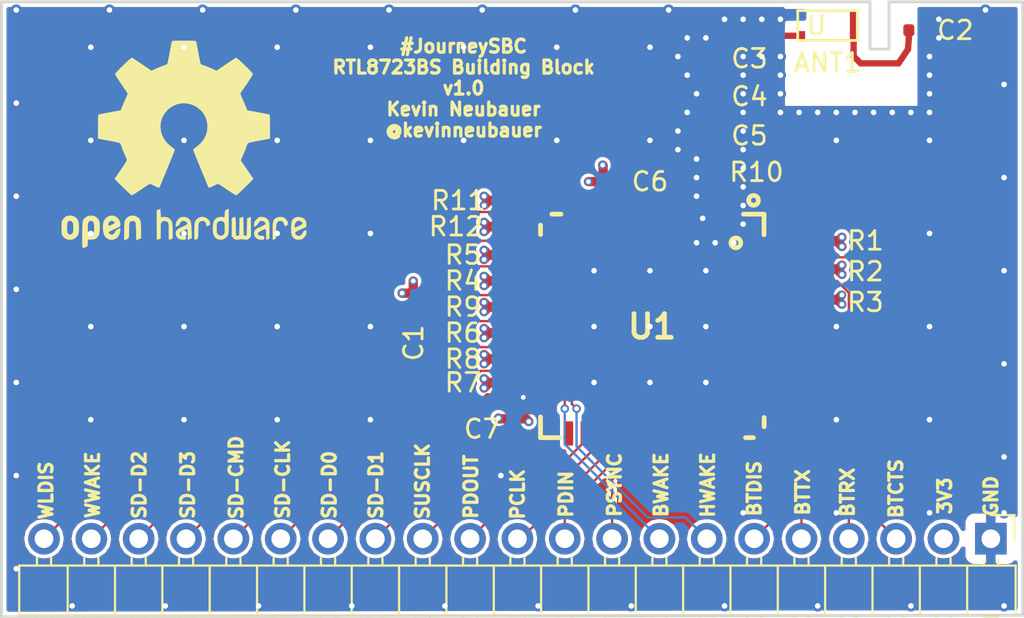
<source format=kicad_pcb>
(kicad_pcb (version 20171130) (host pcbnew "(5.0.0-3-g5ebb6b6)")
  (layers (0 F.Cu signal hide) (1 In1.Cu signal hide) (2 In2.Cu signal hide) (31 B.Cu signal) (34 B.Paste user) (35 F.Paste user) (36 B.SilkS user) (37 F.SilkS user) (38 B.Mask user) (39 F.Mask user) (44 Edge.Cuts user))
  (net 0 "")
  (net 1 "Net-(ANT1-Pad1)")
  (net 2 GND)
  (net 3 "Net-(ANT1-Pad3)")
  (net 4 +3V3)
  (net 5 "Net-(C4-Pad1)")
  (net 6 /BT-UART-CTS)
  (net 7 /BT-UART-RX)
  (net 8 /BT-UART-TX)
  (net 9 /WL-SDIO-D3)
  (net 10 /WL-SDIO-D2)
  (net 11 /WL-SDIO-CLK)
  (net 12 /WL-SDIO-D1)
  (net 13 /WL-SDIO-D0)
  (net 14 /WL-SDIO-CMD)
  (net 15 "Net-(R10-Pad1)")
  (net 16 "Net-(U1-Pad4)")
  (net 17 "Net-(U1-Pad5)")
  (net 18 /HOST-WAKE-BT)
  (net 19 /BT-WAKE-HOST)
  (net 20 "Net-(U1-Pad8)")
  (net 21 "Net-(U1-Pad10)")
  (net 22 "Net-(U1-Pad11)")
  (net 23 /WL-DIS)
  (net 24 /WL-HOST-WAKE)
  (net 25 "Net-(U1-Pad21)")
  (net 26 "Net-(U1-Pad23)")
  (net 27 /SUSCLK-IN)
  (net 28 /PCM-DOUT)
  (net 29 /PCM-CLK)
  (net 30 /PCM-DIN)
  (net 31 /PCM-SYNC)
  (net 32 "Net-(U1-Pad29)")
  (net 33 "Net-(U1-Pad30)")
  (net 34 "Net-(U1-Pad32)")
  (net 35 /BT-DIS)
  (net 36 "Net-(U1-Pad35)")
  (net 37 "Net-(U1-Pad37)")
  (net 38 "Net-(U1-Pad38)")
  (net 39 "Net-(U1-Pad39)")
  (net 40 "Net-(U1-Pad40)")
  (net 41 "Net-(U1-Pad41)")
  (module VIA:VIA-0.5mm (layer F.Cu) (at 127 93)
    (fp_text reference "" hide)
    (fp_text value "" hide)
    (pad 1 thru_hole circle (at 0 0) (size 0.6 0.6) (drill 0.3) (layers *.Cu) (net 2 GND))
  )
  (module VIA:VIA-0.5mm (layer F.Cu) (at 140 95)
    (fp_text reference "" hide)
    (fp_text value "" hide)
    (pad 1 thru_hole circle (at 0 0) (size 0.6 0.6) (drill 0.3) (layers *.Cu) (net 2 GND))
  )
  (module VIA:VIA-0.5mm (layer F.Cu) (at 145 95)
    (fp_text reference "" hide)
    (fp_text value "" hide)
    (pad 1 thru_hole circle (at 0 0) (size 0.6 0.6) (drill 0.3) (layers *.Cu) (net 2 GND))
  )
  (module VIA:VIA-0.5mm (layer F.Cu) (at 150 95)
    (fp_text reference "" hide)
    (fp_text value "" hide)
    (pad 1 thru_hole circle (at 0 0) (size 0.6 0.6) (drill 0.3) (layers *.Cu) (net 2 GND))
  )
  (module VIA:VIA-0.5mm (layer F.Cu) (at 145 75)
    (fp_text reference "" hide)
    (fp_text value "" hide)
    (pad 1 thru_hole circle (at 0 0) (size 0.6 0.6) (drill 0.3) (layers *.Cu) (net 2 GND))
  )
  (module VIA:VIA-0.5mm (layer F.Cu) (at 145 90)
    (fp_text reference "" hide)
    (fp_text value "" hide)
    (pad 1 thru_hole circle (at 0 0) (size 0.6 0.6) (drill 0.3) (layers *.Cu) (net 2 GND))
  )
  (module VIA:VIA-0.5mm (layer F.Cu) (at 145 85)
    (fp_text reference "" hide)
    (fp_text value "" hide)
    (pad 1 thru_hole circle (at 0 0) (size 0.6 0.6) (drill 0.3) (layers *.Cu) (net 2 GND))
  )
  (module VIA:VIA-0.5mm (layer F.Cu) (at 150 90)
    (fp_text reference "" hide)
    (fp_text value "" hide)
    (pad 1 thru_hole circle (at 0 0) (size 0.6 0.6) (drill 0.3) (layers *.Cu) (net 2 GND))
  )
  (module VIA:VIA-0.5mm (layer F.Cu) (at 150 85)
    (fp_text reference "" hide)
    (fp_text value "" hide)
    (pad 1 thru_hole circle (at 0 0) (size 0.6 0.6) (drill 0.3) (layers *.Cu) (net 2 GND))
  )
  (module VIA:VIA-0.5mm (layer F.Cu) (at 150 75)
    (fp_text reference "" hide)
    (fp_text value "" hide)
    (pad 1 thru_hole circle (at 0 0) (size 0.6 0.6) (drill 0.3) (layers *.Cu) (net 2 GND))
  )
  (module VIA:VIA-0.5mm (layer F.Cu) (at 150 80)
    (fp_text reference "" hide)
    (fp_text value "" hide)
    (pad 1 thru_hole circle (at 0 0) (size 0.6 0.6) (drill 0.3) (layers *.Cu) (net 2 GND))
  )
  (module VIA:VIA-0.5mm (layer F.Cu) (at 135 75)
    (fp_text reference "" hide)
    (fp_text value "" hide)
    (pad 1 thru_hole circle (at 0 0) (size 0.6 0.6) (drill 0.3) (layers *.Cu) (net 2 GND))
  )
  (module VIA:VIA-0.5mm (layer F.Cu) (at 135 70)
    (fp_text reference "" hide)
    (fp_text value "" hide)
    (pad 1 thru_hole circle (at 0 0) (size 0.6 0.6) (drill 0.3) (layers *.Cu) (net 2 GND))
  )
  (module VIA:VIA-0.5mm (layer F.Cu) (at 115 70)
    (fp_text reference "" hide)
    (fp_text value "" hide)
    (pad 1 thru_hole circle (at 0 0) (size 0.6 0.6) (drill 0.3) (layers *.Cu) (net 2 GND))
  )
  (module VIA:VIA-0.5mm (layer F.Cu) (at 105 70)
    (fp_text reference "" hide)
    (fp_text value "" hide)
    (pad 1 thru_hole circle (at 0 0) (size 0.6 0.6) (drill 0.3) (layers *.Cu) (net 2 GND))
  )
  (module VIA:VIA-0.5mm (layer F.Cu) (at 120 70)
    (fp_text reference "" hide)
    (fp_text value "" hide)
    (pad 1 thru_hole circle (at 0 0) (size 0.6 0.6) (drill 0.3) (layers *.Cu) (net 2 GND))
  )
  (module VIA:VIA-0.5mm (layer F.Cu) (at 130 70)
    (fp_text reference "" hide)
    (fp_text value "" hide)
    (pad 1 thru_hole circle (at 0 0) (size 0.6 0.6) (drill 0.3) (layers *.Cu) (net 2 GND))
  )
  (module VIA:VIA-0.5mm (layer F.Cu) (at 125 70)
    (fp_text reference "" hide)
    (fp_text value "" hide)
    (pad 1 thru_hole circle (at 0 0) (size 0.6 0.6) (drill 0.3) (layers *.Cu) (net 2 GND))
  )
  (module VIA:VIA-0.5mm (layer F.Cu) (at 110 70)
    (fp_text reference "" hide)
    (fp_text value "" hide)
    (pad 1 thru_hole circle (at 0 0) (size 0.6 0.6) (drill 0.3) (layers *.Cu) (net 2 GND))
  )
  (module VIA:VIA-0.5mm (layer F.Cu) (at 115 85)
    (fp_text reference "" hide)
    (fp_text value "" hide)
    (pad 1 thru_hole circle (at 0 0) (size 0.6 0.6) (drill 0.3) (layers *.Cu) (net 2 GND))
  )
  (module VIA:VIA-0.5mm (layer F.Cu) (at 120 90)
    (fp_text reference "" hide)
    (fp_text value "" hide)
    (pad 1 thru_hole circle (at 0 0) (size 0.6 0.6) (drill 0.3) (layers *.Cu) (net 2 GND))
  )
  (module VIA:VIA-0.5mm (layer F.Cu) (at 105 85)
    (fp_text reference "" hide)
    (fp_text value "" hide)
    (pad 1 thru_hole circle (at 0 0) (size 0.6 0.6) (drill 0.3) (layers *.Cu) (net 2 GND))
  )
  (module VIA:VIA-0.5mm (layer F.Cu) (at 110 90)
    (fp_text reference "" hide)
    (fp_text value "" hide)
    (pad 1 thru_hole circle (at 0 0) (size 0.6 0.6) (drill 0.3) (layers *.Cu) (net 2 GND))
  )
  (module VIA:VIA-0.5mm (layer F.Cu) (at 105 90)
    (fp_text reference "" hide)
    (fp_text value "" hide)
    (pad 1 thru_hole circle (at 0 0) (size 0.6 0.6) (drill 0.3) (layers *.Cu) (net 2 GND))
  )
  (module VIA:VIA-0.5mm (layer F.Cu) (at 115 90)
    (fp_text reference "" hide)
    (fp_text value "" hide)
    (pad 1 thru_hole circle (at 0 0) (size 0.6 0.6) (drill 0.3) (layers *.Cu) (net 2 GND))
  )
  (module VIA:VIA-0.5mm (layer F.Cu) (at 120 85)
    (fp_text reference "" hide)
    (fp_text value "" hide)
    (pad 1 thru_hole circle (at 0 0) (size 0.6 0.6) (drill 0.3) (layers *.Cu) (net 2 GND))
  )
  (module VIA:VIA-0.5mm (layer F.Cu) (at 110 85)
    (fp_text reference "" hide)
    (fp_text value "" hide)
    (pad 1 thru_hole circle (at 0 0) (size 0.6 0.6) (drill 0.3) (layers *.Cu) (net 2 GND))
  )
  (module VIA:VIA-0.5mm (layer F.Cu) (at 105 80)
    (fp_text reference "" hide)
    (fp_text value "" hide)
    (pad 1 thru_hole circle (at 0 0) (size 0.6 0.6) (drill 0.3) (layers *.Cu) (net 2 GND))
  )
  (module VIA:VIA-0.5mm (layer F.Cu) (at 110 80)
    (fp_text reference "" hide)
    (fp_text value "" hide)
    (pad 1 thru_hole circle (at 0 0) (size 0.6 0.6) (drill 0.3) (layers *.Cu) (net 2 GND))
  )
  (module VIA:VIA-0.5mm (layer F.Cu) (at 115 80)
    (fp_text reference "" hide)
    (fp_text value "" hide)
    (pad 1 thru_hole circle (at 0 0) (size 0.6 0.6) (drill 0.3) (layers *.Cu) (net 2 GND))
  )
  (module VIA:VIA-0.5mm (layer F.Cu) (at 120 80)
    (fp_text reference "" hide)
    (fp_text value "" hide)
    (pad 1 thru_hole circle (at 0 0) (size 0.6 0.6) (drill 0.3) (layers *.Cu) (net 2 GND))
  )
  (module VIA:VIA-0.5mm (layer F.Cu) (at 130 75)
    (fp_text reference "" hide)
    (fp_text value "" hide)
    (pad 1 thru_hole circle (at 0 0) (size 0.6 0.6) (drill 0.3) (layers *.Cu) (net 2 GND))
  )
  (module VIA:VIA-0.5mm (layer F.Cu) (at 125 75)
    (fp_text reference "" hide)
    (fp_text value "" hide)
    (pad 1 thru_hole circle (at 0 0) (size 0.6 0.6) (drill 0.3) (layers *.Cu) (net 2 GND))
  )
  (module VIA:VIA-0.5mm (layer F.Cu) (at 120 75)
    (fp_text reference "" hide)
    (fp_text value "" hide)
    (pad 1 thru_hole circle (at 0 0) (size 0.6 0.6) (drill 0.3) (layers *.Cu) (net 2 GND))
  )
  (module VIA:VIA-0.5mm (layer F.Cu) (at 115 75)
    (fp_text reference "" hide)
    (fp_text value "" hide)
    (pad 1 thru_hole circle (at 0 0) (size 0.6 0.6) (drill 0.3) (layers *.Cu) (net 2 GND))
  )
  (module VIA:VIA-0.5mm (layer F.Cu) (at 110 75)
    (fp_text reference "" hide)
    (fp_text value "" hide)
    (pad 1 thru_hole circle (at 0 0) (size 0.6 0.6) (drill 0.3) (layers *.Cu) (net 2 GND))
  )
  (module VIA:VIA-0.5mm (layer F.Cu) (at 105 75)
    (fp_text reference "" hide)
    (fp_text value "" hide)
    (pad 1 thru_hole circle (at 0 0) (size 0.6 0.6) (drill 0.3) (layers *.Cu) (net 2 GND))
  )
  (module VIA:VIA-0.5mm (layer F.Cu) (at 138 82)
    (fp_text reference "" hide)
    (fp_text value "" hide)
    (pad 1 thru_hole circle (at 0 0) (size 0.6 0.6) (drill 0.3) (layers *.Cu) (net 2 GND))
  )
  (module VIA:VIA-0.5mm (layer F.Cu) (at 138 88)
    (fp_text reference "" hide)
    (fp_text value "" hide)
    (pad 1 thru_hole circle (at 0 0) (size 0.6 0.6) (drill 0.3) (layers *.Cu) (net 2 GND))
  )
  (module VIA:VIA-0.5mm (layer F.Cu) (at 138 85)
    (fp_text reference "" hide)
    (fp_text value "" hide)
    (pad 1 thru_hole circle (at 0 0) (size 0.6 0.6) (drill 0.3) (layers *.Cu) (net 2 GND))
  )
  (module VIA:VIA-0.5mm (layer F.Cu) (at 135 82)
    (fp_text reference "" hide)
    (fp_text value "" hide)
    (pad 1 thru_hole circle (at 0 0) (size 0.6 0.6) (drill 0.3) (layers *.Cu) (net 2 GND))
  )
  (module VIA:VIA-0.5mm (layer F.Cu) (at 135 88)
    (fp_text reference "" hide)
    (fp_text value "" hide)
    (pad 1 thru_hole circle (at 0 0) (size 0.6 0.6) (drill 0.3) (layers *.Cu) (net 2 GND))
  )
  (module VIA:VIA-0.5mm (layer F.Cu) (at 135 85)
    (fp_text reference "" hide)
    (fp_text value "" hide)
    (pad 1 thru_hole circle (at 0 0) (size 0.6 0.6) (drill 0.3) (layers *.Cu) (net 2 GND))
  )
  (module VIA:VIA-0.5mm (layer F.Cu) (at 132 88)
    (fp_text reference "" hide)
    (fp_text value "" hide)
    (pad 1 thru_hole circle (at 0 0) (size 0.6 0.6) (drill 0.3) (layers *.Cu) (net 2 GND))
  )
  (module VIA:VIA-0.5mm (layer F.Cu) (at 132 85)
    (fp_text reference "" hide)
    (fp_text value "" hide)
    (pad 1 thru_hole circle (at 0 0) (size 0.6 0.6) (drill 0.3) (layers *.Cu) (net 2 GND))
  )
  (module VIA:VIA-0.5mm (layer F.Cu) (at 132 82)
    (fp_text reference "" hide)
    (fp_text value "" hide)
    (pad 1 thru_hole circle (at 0 0) (size 0.6 0.6) (drill 0.3) (layers *.Cu) (net 2 GND))
  )
  (module VIA:VIA-0.5mm (layer F.Cu) (at 136 68)
    (fp_text reference "" hide)
    (fp_text value "" hide)
    (pad 1 thru_hole circle (at 0 0) (size 0.6 0.6) (drill 0.3) (layers *.Cu) (net 2 GND))
  )
  (module VIA:VIA-0.5mm (layer F.Cu) (at 131 68)
    (fp_text reference "" hide)
    (fp_text value "" hide)
    (pad 1 thru_hole circle (at 0 0) (size 0.6 0.6) (drill 0.3) (layers *.Cu) (net 2 GND))
  )
  (module VIA:VIA-0.5mm (layer F.Cu) (at 126 68)
    (fp_text reference "" hide)
    (fp_text value "" hide)
    (pad 1 thru_hole circle (at 0 0) (size 0.6 0.6) (drill 0.3) (layers *.Cu) (net 2 GND))
  )
  (module VIA:VIA-0.5mm (layer F.Cu) (at 121 68)
    (fp_text reference "" hide)
    (fp_text value "" hide)
    (pad 1 thru_hole circle (at 0 0) (size 0.6 0.6) (drill 0.3) (layers *.Cu) (net 2 GND))
  )
  (module VIA:VIA-0.5mm (layer F.Cu) (at 116 68)
    (fp_text reference "" hide)
    (fp_text value "" hide)
    (pad 1 thru_hole circle (at 0 0) (size 0.6 0.6) (drill 0.3) (layers *.Cu) (net 2 GND))
  )
  (module VIA:VIA-0.5mm (layer F.Cu) (at 111 68)
    (fp_text reference "" hide)
    (fp_text value "" hide)
    (pad 1 thru_hole circle (at 0 0) (size 0.6 0.6) (drill 0.3) (layers *.Cu) (net 2 GND))
  )
  (module VIA:VIA-0.5mm (layer F.Cu) (at 106 68)
    (fp_text reference "" hide)
    (fp_text value "" hide)
    (pad 1 thru_hole circle (at 0 0) (size 0.6 0.6) (drill 0.3) (layers *.Cu) (net 2 GND))
  )
  (module VIA:VIA-0.5mm (layer F.Cu) (at 101 68)
    (fp_text reference "" hide)
    (fp_text value "" hide)
    (pad 1 thru_hole circle (at 0 0) (size 0.6 0.6) (drill 0.3) (layers *.Cu) (net 2 GND))
  )
  (module VIA:VIA-0.5mm (layer F.Cu) (at 101 73)
    (fp_text reference "" hide)
    (fp_text value "" hide)
    (pad 1 thru_hole circle (at 0 0) (size 0.6 0.6) (drill 0.3) (layers *.Cu) (net 2 GND))
  )
  (module VIA:VIA-0.5mm (layer F.Cu) (at 101 78)
    (fp_text reference "" hide)
    (fp_text value "" hide)
    (pad 1 thru_hole circle (at 0 0) (size 0.6 0.6) (drill 0.3) (layers *.Cu) (net 2 GND))
  )
  (module VIA:VIA-0.5mm (layer F.Cu) (at 101 83)
    (fp_text reference "" hide)
    (fp_text value "" hide)
    (pad 1 thru_hole circle (at 0 0) (size 0.6 0.6) (drill 0.3) (layers *.Cu) (net 2 GND))
  )
  (module VIA:VIA-0.5mm (layer F.Cu) (at 101 88)
    (fp_text reference "" hide)
    (fp_text value "" hide)
    (pad 1 thru_hole circle (at 0 0) (size 0.6 0.6) (drill 0.3) (layers *.Cu) (net 2 GND))
  )
  (module VIA:VIA-0.5mm (layer F.Cu) (at 101 93)
    (fp_text reference "" hide)
    (fp_text value "" hide)
    (pad 1 thru_hole circle (at 0 0) (size 0.6 0.6) (drill 0.3) (layers *.Cu) (net 2 GND))
  )
  (module VIA:VIA-0.5mm (layer F.Cu) (at 101 98)
    (fp_text reference "" hide)
    (fp_text value "" hide)
    (pad 1 thru_hole circle (at 0 0) (size 0.6 0.6) (drill 0.3) (layers *.Cu) (net 2 GND))
  )
  (module VIA:VIA-0.5mm (layer F.Cu) (at 104 100)
    (fp_text reference "" hide)
    (fp_text value "" hide)
    (pad 1 thru_hole circle (at 0 0) (size 0.6 0.6) (drill 0.3) (layers *.Cu) (net 2 GND))
  )
  (module VIA:VIA-0.5mm (layer F.Cu) (at 109 100)
    (fp_text reference "" hide)
    (fp_text value "" hide)
    (pad 1 thru_hole circle (at 0 0) (size 0.6 0.6) (drill 0.3) (layers *.Cu) (net 2 GND))
  )
  (module VIA:VIA-0.5mm (layer F.Cu) (at 114 100)
    (fp_text reference "" hide)
    (fp_text value "" hide)
    (pad 1 thru_hole circle (at 0 0) (size 0.6 0.6) (drill 0.3) (layers *.Cu) (net 2 GND))
  )
  (module VIA:VIA-0.5mm (layer F.Cu) (at 119 100)
    (fp_text reference "" hide)
    (fp_text value "" hide)
    (pad 1 thru_hole circle (at 0 0) (size 0.6 0.6) (drill 0.3) (layers *.Cu) (net 2 GND))
  )
  (module VIA:VIA-0.5mm (layer F.Cu) (at 124 100)
    (fp_text reference "" hide)
    (fp_text value "" hide)
    (pad 1 thru_hole circle (at 0 0) (size 0.6 0.6) (drill 0.3) (layers *.Cu) (net 2 GND))
  )
  (module VIA:VIA-0.5mm (layer F.Cu) (at 129 100)
    (fp_text reference "" hide)
    (fp_text value "" hide)
    (pad 1 thru_hole circle (at 0 0) (size 0.6 0.6) (drill 0.3) (layers *.Cu) (net 2 GND))
  )
  (module VIA:VIA-0.5mm (layer F.Cu) (at 134 100)
    (fp_text reference "" hide)
    (fp_text value "" hide)
    (pad 1 thru_hole circle (at 0 0) (size 0.6 0.6) (drill 0.3) (layers *.Cu) (net 2 GND))
  )
  (module VIA:VIA-0.5mm (layer F.Cu) (at 139 100)
    (fp_text reference "" hide)
    (fp_text value "" hide)
    (pad 1 thru_hole circle (at 0 0) (size 0.6 0.6) (drill 0.3) (layers *.Cu) (net 2 GND))
  )
  (module VIA:VIA-0.5mm (layer F.Cu) (at 144 100)
    (fp_text reference "" hide)
    (fp_text value "" hide)
    (pad 1 thru_hole circle (at 0 0) (size 0.6 0.6) (drill 0.3) (layers *.Cu) (net 2 GND))
  )
  (module VIA:VIA-0.5mm (layer F.Cu) (at 149 100)
    (fp_text reference "" hide)
    (fp_text value "" hide)
    (pad 1 thru_hole circle (at 0 0) (size 0.6 0.6) (drill 0.3) (layers *.Cu) (net 2 GND))
  )
  (module VIA:VIA-0.5mm (layer F.Cu) (at 154 100)
    (fp_text reference "" hide)
    (fp_text value "" hide)
    (pad 1 thru_hole circle (at 0 0) (size 0.6 0.6) (drill 0.3) (layers *.Cu) (net 2 GND))
  )
  (module VIA:VIA-0.5mm (layer F.Cu) (at 154 95)
    (fp_text reference "" hide)
    (fp_text value "" hide)
    (pad 1 thru_hole circle (at 0 0) (size 0.6 0.6) (drill 0.3) (layers *.Cu) (net 2 GND))
  )
  (module VIA:VIA-0.5mm (layer F.Cu) (at 154 92)
    (fp_text reference "" hide)
    (fp_text value "" hide)
    (pad 1 thru_hole circle (at 0 0) (size 0.6 0.6) (drill 0.3) (layers *.Cu) (net 2 GND))
  )
  (module VIA:VIA-0.5mm (layer F.Cu) (at 154 87)
    (fp_text reference "" hide)
    (fp_text value "" hide)
    (pad 1 thru_hole circle (at 0 0) (size 0.6 0.6) (drill 0.3) (layers *.Cu) (net 2 GND))
  )
  (module VIA:VIA-0.5mm (layer F.Cu) (at 154 82)
    (fp_text reference "" hide)
    (fp_text value "" hide)
    (pad 1 thru_hole circle (at 0 0) (size 0.6 0.6) (drill 0.3) (layers *.Cu) (net 2 GND))
  )
  (module VIA:VIA-0.5mm (layer F.Cu) (at 154 77)
    (fp_text reference "" hide)
    (fp_text value "" hide)
    (pad 1 thru_hole circle (at 0 0) (size 0.6 0.6) (drill 0.3) (layers *.Cu) (net 2 GND))
  )
  (module VIA:VIA-0.5mm (layer F.Cu) (at 154 72)
    (fp_text reference "" hide)
    (fp_text value "" hide)
    (pad 1 thru_hole circle (at 0 0) (size 0.6 0.6) (drill 0.3) (layers *.Cu) (net 2 GND))
  )
  (module VIA:VIA-0.5mm (layer F.Cu) (at 153 68)
    (fp_text reference "" hide)
    (fp_text value "" hide)
    (pad 1 thru_hole circle (at 0 0) (size 0.6 0.6) (drill 0.3) (layers *.Cu) (net 2 GND))
  )
  (module VIA:VIA-0.5mm (layer F.Cu) (at 150.5 68.5)
    (fp_text reference "" hide)
    (fp_text value "" hide)
    (pad 1 thru_hole circle (at 0 0) (size 0.6 0.6) (drill 0.3) (layers *.Cu) (net 2 GND))
  )
  (module VIA:VIA-0.5mm (layer F.Cu) (at 150.5 69.5)
    (fp_text reference "" hide)
    (fp_text value "" hide)
    (pad 1 thru_hole circle (at 0 0) (size 0.6 0.6) (drill 0.3) (layers *.Cu) (net 2 GND))
  )
  (module VIA:VIA-0.5mm (layer F.Cu) (at 150 70.5)
    (fp_text reference "" hide)
    (fp_text value "" hide)
    (pad 1 thru_hole circle (at 0 0) (size 0.6 0.6) (drill 0.3) (layers *.Cu) (net 2 GND))
  )
  (module VIA:VIA-0.5mm (layer F.Cu) (at 150 71.5)
    (fp_text reference "" hide)
    (fp_text value "" hide)
    (pad 1 thru_hole circle (at 0 0) (size 0.6 0.6) (drill 0.3) (layers *.Cu) (net 2 GND))
  )
  (module VIA:VIA-0.5mm (layer F.Cu) (at 150 72.5)
    (fp_text reference "" hide)
    (fp_text value "" hide)
    (pad 1 thru_hole circle (at 0 0) (size 0.6 0.6) (drill 0.3) (layers *.Cu) (net 2 GND))
  )
  (module VIA:VIA-0.5mm (layer F.Cu) (at 150 73.5)
    (fp_text reference "" hide)
    (fp_text value "" hide)
    (pad 1 thru_hole circle (at 0 0) (size 0.6 0.6) (drill 0.3) (layers *.Cu) (net 2 GND))
  )
  (module VIA:VIA-0.5mm (layer F.Cu) (at 149 73.5)
    (fp_text reference "" hide)
    (fp_text value "" hide)
    (pad 1 thru_hole circle (at 0 0) (size 0.6 0.6) (drill 0.3) (layers *.Cu) (net 2 GND))
  )
  (module VIA:VIA-0.5mm (layer F.Cu) (at 148 73.5)
    (fp_text reference "" hide)
    (fp_text value "" hide)
    (pad 1 thru_hole circle (at 0 0) (size 0.6 0.6) (drill 0.3) (layers *.Cu) (net 2 GND))
  )
  (module VIA:VIA-0.5mm (layer F.Cu) (at 147 73.5)
    (fp_text reference "" hide)
    (fp_text value "" hide)
    (pad 1 thru_hole circle (at 0 0) (size 0.6 0.6) (drill 0.3) (layers *.Cu) (net 2 GND))
  )
  (module VIA:VIA-0.5mm (layer F.Cu) (at 146 73.5)
    (fp_text reference "" hide)
    (fp_text value "" hide)
    (pad 1 thru_hole circle (at 0 0) (size 0.6 0.6) (drill 0.3) (layers *.Cu) (net 2 GND))
  )
  (module VIA:VIA-0.5mm (layer F.Cu) (at 145 73.5)
    (fp_text reference "" hide)
    (fp_text value "" hide)
    (pad 1 thru_hole circle (at 0 0) (size 0.6 0.6) (drill 0.3) (layers *.Cu) (net 2 GND))
  )
  (module VIA:VIA-0.5mm (layer F.Cu) (at 144 73.5)
    (fp_text reference "" hide)
    (fp_text value "" hide)
    (pad 1 thru_hole circle (at 0 0) (size 0.6 0.6) (drill 0.3) (layers *.Cu) (net 2 GND))
  )
  (module VIA:VIA-0.5mm (layer F.Cu) (at 143 73.5)
    (fp_text reference "" hide)
    (fp_text value "" hide)
    (pad 1 thru_hole circle (at 0 0) (size 0.6 0.6) (drill 0.3) (layers *.Cu) (net 2 GND))
  )
  (module VIA:VIA-0.5mm (layer F.Cu) (at 142 73.5)
    (fp_text reference "" hide)
    (fp_text value "" hide)
    (pad 1 thru_hole circle (at 0 0) (size 0.6 0.6) (drill 0.3) (layers *.Cu) (net 2 GND))
  )
  (module VIA:VIA-0.5mm (layer F.Cu) (at 142 72.5)
    (fp_text reference "" hide)
    (fp_text value "" hide)
    (pad 1 thru_hole circle (at 0 0) (size 0.6 0.6) (drill 0.3) (layers *.Cu) (net 2 GND))
  )
  (module VIA:VIA-0.5mm (layer F.Cu) (at 142 71.5)
    (fp_text reference "" hide)
    (fp_text value "" hide)
    (pad 1 thru_hole circle (at 0 0) (size 0.6 0.6) (drill 0.3) (layers *.Cu) (net 2 GND))
  )
  (module VIA:VIA-0.5mm (layer F.Cu) (at 142 70.5)
    (fp_text reference "" hide)
    (fp_text value "" hide)
    (pad 1 thru_hole circle (at 0 0) (size 0.6 0.6) (drill 0.3) (layers *.Cu) (net 2 GND))
  )
  (module VIA:VIA-0.5mm (layer F.Cu) (at 141 70.5)
    (fp_text reference "" hide)
    (fp_text value "" hide)
    (pad 1 thru_hole circle (at 0 0) (size 0.6 0.6) (drill 0.3) (layers *.Cu) (net 2 GND))
  )
  (module VIA:VIA-0.5mm (layer F.Cu) (at 140 70.5)
    (fp_text reference "" hide)
    (fp_text value "" hide)
    (pad 1 thru_hole circle (at 0 0) (size 0.6 0.6) (drill 0.3) (layers *.Cu) (net 2 GND))
  )
  (module VIA:VIA-0.5mm (layer F.Cu) (at 140 71.5)
    (fp_text reference "" hide)
    (fp_text value "" hide)
    (pad 1 thru_hole circle (at 0 0) (size 0.6 0.6) (drill 0.3) (layers *.Cu) (net 2 GND))
  )
  (module VIA:VIA-0.5mm (layer F.Cu) (at 140 72.5)
    (fp_text reference "" hide)
    (fp_text value "" hide)
    (pad 1 thru_hole circle (at 0 0) (size 0.6 0.6) (drill 0.3) (layers *.Cu) (net 2 GND))
  )
  (module VIA:VIA-0.5mm (layer F.Cu) (at 140 73.5)
    (fp_text reference "" hide)
    (fp_text value "" hide)
    (pad 1 thru_hole circle (at 0 0) (size 0.6 0.6) (drill 0.3) (layers *.Cu) (net 2 GND))
  )
  (module VIA:VIA-0.5mm (layer F.Cu) (at 140 74.5)
    (fp_text reference "" hide)
    (fp_text value "" hide)
    (pad 1 thru_hole circle (at 0 0) (size 0.6 0.6) (drill 0.3) (layers *.Cu) (net 2 GND))
  )
  (module VIA:VIA-0.5mm (layer F.Cu) (at 140 75.5)
    (fp_text reference "" hide)
    (fp_text value "" hide)
    (pad 1 thru_hole circle (at 0 0) (size 0.6 0.6) (drill 0.3) (layers *.Cu) (net 2 GND))
  )
  (module VIA:VIA-0.5mm (layer F.Cu) (at 140 76.5)
    (fp_text reference "" hide)
    (fp_text value "" hide)
    (pad 1 thru_hole circle (at 0 0) (size 0.6 0.6) (drill 0.3) (layers *.Cu) (net 2 GND))
  )
  (module VIA:VIA-0.5mm (layer F.Cu) (at 140 77.5)
    (fp_text reference "" hide)
    (fp_text value "" hide)
    (pad 1 thru_hole circle (at 0 0) (size 0.6 0.6) (drill 0.3) (layers *.Cu) (net 2 GND))
  )
  (module VIA:VIA-0.5mm (layer F.Cu) (at 140 78.5)
    (fp_text reference "" hide)
    (fp_text value "" hide)
    (pad 1 thru_hole circle (at 0 0) (size 0.6 0.6) (drill 0.3) (layers *.Cu) (net 2 GND))
  )
  (module VIA:VIA-0.5mm (layer F.Cu) (at 140 79.5)
    (fp_text reference "" hide)
    (fp_text value "" hide)
    (pad 1 thru_hole circle (at 0 0) (size 0.6 0.6) (drill 0.3) (layers *.Cu) (net 2 GND))
  )
  (module VIA:VIA-0.5mm (layer F.Cu) (at 137.828 79.188)
    (fp_text reference "" hide)
    (fp_text value "" hide)
    (pad 1 thru_hole circle (at 0 0) (size 0.6 0.6) (drill 0.3) (layers *.Cu) (net 2 GND))
  )
  (module VIA:VIA-0.5mm (layer F.Cu) (at 138.5 80.5)
    (fp_text reference "" hide)
    (fp_text value "" hide)
    (pad 1 thru_hole circle (at 0 0) (size 0.6 0.6) (drill 0.3) (layers *.Cu) (net 2 GND))
  )
  (module VIA:VIA-0.5mm (layer F.Cu) (at 139.5 80.5)
    (fp_text reference "" hide)
    (fp_text value "" hide)
    (pad 1 thru_hole circle (at 0 0) (size 0.6 0.6) (drill 0.3) (layers *.Cu) (net 2 GND))
  )
  (module VIA:VIA-0.5mm (layer F.Cu) (at 142 68.5)
    (fp_text reference "" hide)
    (fp_text value "" hide)
    (pad 1 thru_hole circle (at 0 0) (size 0.6 0.6) (drill 0.3) (layers *.Cu) (net 2 GND))
  )
  (module VIA:VIA-0.5mm (layer F.Cu) (at 141 68.5)
    (fp_text reference "" hide)
    (fp_text value "" hide)
    (pad 1 thru_hole circle (at 0 0) (size 0.6 0.6) (drill 0.3) (layers *.Cu) (net 2 GND))
  )
  (module VIA:VIA-0.5mm (layer F.Cu) (at 140 68.5)
    (fp_text reference "" hide)
    (fp_text value "" hide)
    (pad 1 thru_hole circle (at 0 0) (size 0.6 0.6) (drill 0.3) (layers *.Cu) (net 2 GND))
  )
  (module VIA:VIA-0.5mm (layer F.Cu) (at 139 68.5)
    (fp_text reference "" hide)
    (fp_text value "" hide)
    (pad 1 thru_hole circle (at 0 0) (size 0.6 0.6) (drill 0.3) (layers *.Cu) (net 2 GND))
  )
  (module VIA:VIA-0.5mm (layer F.Cu) (at 138 69.5)
    (fp_text reference "" hide)
    (fp_text value "" hide)
    (pad 1 thru_hole circle (at 0 0) (size 0.6 0.6) (drill 0.3) (layers *.Cu) (net 2 GND))
  )
  (module VIA:VIA-0.5mm (layer F.Cu) (at 137 69.5)
    (fp_text reference "" hide)
    (fp_text value "" hide)
    (pad 1 thru_hole circle (at 0 0) (size 0.6 0.6) (drill 0.3) (layers *.Cu) (net 2 GND))
  )
  (module VIA:VIA-0.5mm (layer F.Cu) (at 136.5 70.5)
    (fp_text reference "" hide)
    (fp_text value "" hide)
    (pad 1 thru_hole circle (at 0 0) (size 0.6 0.6) (drill 0.3) (layers *.Cu) (net 2 GND))
  )
  (module VIA:VIA-0.5mm (layer F.Cu) (at 137 71.5)
    (fp_text reference "" hide)
    (fp_text value "" hide)
    (pad 1 thru_hole circle (at 0 0) (size 0.6 0.6) (drill 0.3) (layers *.Cu) (net 2 GND))
  )
  (module VIA:VIA-0.5mm (layer F.Cu) (at 137.5 72.5)
    (fp_text reference "" hide)
    (fp_text value "" hide)
    (pad 1 thru_hole circle (at 0 0) (size 0.6 0.6) (drill 0.3) (layers *.Cu) (net 2 GND))
  )
  (module VIA:VIA-0.5mm (layer F.Cu) (at 137 73.5)
    (fp_text reference "" hide)
    (fp_text value "" hide)
    (pad 1 thru_hole circle (at 0 0) (size 0.6 0.6) (drill 0.3) (layers *.Cu) (net 2 GND))
  )
  (module VIA:VIA-0.5mm (layer F.Cu) (at 136.5 74.5)
    (fp_text reference "" hide)
    (fp_text value "" hide)
    (pad 1 thru_hole circle (at 0 0) (size 0.6 0.6) (drill 0.3) (layers *.Cu) (net 2 GND))
  )
  (module VIA:VIA-0.5mm (layer F.Cu) (at 136.5 75.5)
    (fp_text reference "" hide)
    (fp_text value "" hide)
    (pad 1 thru_hole circle (at 0 0) (size 0.6 0.6) (drill 0.3) (layers *.Cu) (net 2 GND))
  )
  (module VIA:VIA-0.5mm (layer F.Cu) (at 137.5 78)
    (fp_text reference "" hide)
    (fp_text value "" hide)
    (pad 1 thru_hole circle (at 0 0) (size 0.6 0.6) (drill 0.3) (layers *.Cu) (net 2 GND))
  )
  (module VIA:VIA-0.5mm (layer F.Cu) (at 137.5 77)
    (fp_text reference "" hide)
    (fp_text value "" hide)
    (pad 1 thru_hole circle (at 0 0) (size 0.6 0.6) (drill 0.3) (layers *.Cu) (net 2 GND))
  )
  (module VIA:VIA-0.5mm (layer F.Cu) (at 137.5 76)
    (fp_text reference "" hide)
    (fp_text value "" hide)
    (pad 1 thru_hole circle (at 0 0) (size 0.6 0.6) (drill 0.3) (layers *.Cu) (net 2 GND))
  )
  (module VIA:VIA-0.5mm (layer F.Cu) (at 137.5 80.5)
    (fp_text reference "" hide)
    (fp_text value "" hide)
    (pad 1 thru_hole circle (at 0 0) (size 0.6 0.6) (drill 0.3) (layers *.Cu) (net 2 GND))
  )
  (module "OLIMEX_IC-FP:RL-SM02BD(RTL8723BS)" (layer F.Cu) (at 135.128 84.963 270)
    (fp_text reference U1 (at 0.037 0.017489) (layer F.SilkS) (effects (font (size 1.27 1.27) (thickness 0.254))))
    (fp_text value "RTL8723BS(ComboModule)" hide)
    (pad FID2 smd circle (at 5.969 -5.969 180) (size 0.5 0.5) (layers F.Cu F.Mask))
    (pad 1 smd rect (at -5.775 -4.5 270) (size 1.3 0.5) (layers F.Cu F.Paste F.Mask) (net 2 GND))
    (pad 2 smd rect (at -5.775 -3.6 270) (size 1.3 0.5) (layers F.Cu F.Paste F.Mask) (net 15 "Net-(R10-Pad1)"))
    (pad 3 smd rect (at -5.775 -2.7 270) (size 1.3 0.5) (layers F.Cu F.Paste F.Mask) (net 2 GND))
    (pad 4 smd rect (at -5.775 -1.8 270) (size 1.3 0.5) (layers F.Cu F.Paste F.Mask) (net 16 "Net-(U1-Pad4)"))
    (pad 5 smd rect (at -5.775 -0.9 270) (size 1.3 0.5) (layers F.Cu F.Paste F.Mask) (net 17 "Net-(U1-Pad5)"))
    (pad 6 smd rect (at -5.775 0 270) (size 1.3 0.5) (layers F.Cu F.Paste F.Mask) (net 18 /HOST-WAKE-BT))
    (pad 7 smd rect (at -5.775 0.9 270) (size 1.3 0.5) (layers F.Cu F.Paste F.Mask) (net 19 /BT-WAKE-HOST))
    (pad 8 smd rect (at -5.775 1.8 270) (size 1.3 0.5) (layers F.Cu F.Paste F.Mask) (net 20 "Net-(U1-Pad8)"))
    (pad 9 smd rect (at -5.775 2.7 270) (size 1.3 0.5) (layers F.Cu F.Paste F.Mask) (net 4 +3V3))
    (pad 10 smd rect (at -5.775 3.6 270) (size 1.3 0.5) (layers F.Cu F.Paste F.Mask) (net 21 "Net-(U1-Pad10)"))
    (pad 11 smd rect (at -5.775 4.5 270) (size 1.3 0.5) (layers F.Cu F.Paste F.Mask) (net 22 "Net-(U1-Pad11)"))
    (pad 12 smd rect (at -4.5 5.775) (size 1.3 0.5) (layers F.Cu F.Paste F.Mask) (net 23 /WL-DIS))
    (pad 13 smd rect (at -3.6 5.775) (size 1.3 0.5) (layers F.Cu F.Paste F.Mask) (net 24 /WL-HOST-WAKE))
    (pad 14 smd rect (at -2.7 5.775) (size 1.3 0.5) (layers F.Cu F.Paste F.Mask) (net 10 /WL-SDIO-D2))
    (pad 15 smd rect (at -1.8 5.775) (size 1.3 0.5) (layers F.Cu F.Paste F.Mask) (net 9 /WL-SDIO-D3))
    (pad 16 smd rect (at -0.9 5.775) (size 1.3 0.5) (layers F.Cu F.Paste F.Mask) (net 14 /WL-SDIO-CMD))
    (pad 17 smd rect (at 0 5.775) (size 1.3 0.5) (layers F.Cu F.Paste F.Mask) (net 11 /WL-SDIO-CLK))
    (pad 18 smd rect (at 0.9 5.775) (size 1.3 0.5) (layers F.Cu F.Paste F.Mask) (net 13 /WL-SDIO-D0))
    (pad 19 smd rect (at 1.8 5.775) (size 1.3 0.5) (layers F.Cu F.Paste F.Mask) (net 12 /WL-SDIO-D1))
    (pad 20 smd rect (at 2.7 5.775) (size 1.3 0.5) (layers F.Cu F.Paste F.Mask) (net 2 GND))
    (pad 21 smd rect (at 3.6 5.775) (size 1.3 0.5) (layers F.Cu F.Paste F.Mask) (net 25 "Net-(U1-Pad21)"))
    (pad 22 smd rect (at 4.5 5.775) (size 1.3 0.5) (layers F.Cu F.Paste F.Mask) (net 4 +3V3))
    (pad 23 smd rect (at 5.775 4.5 90) (size 1.3 0.5) (layers F.Cu F.Paste F.Mask) (net 26 "Net-(U1-Pad23)"))
    (pad 24 smd rect (at 5.775 3.6 90) (size 1.3 0.5) (layers F.Cu F.Paste F.Mask) (net 27 /SUSCLK-IN))
    (pad 25 smd rect (at 5.775 2.7 90) (size 1.3 0.5) (layers F.Cu F.Paste F.Mask) (net 28 /PCM-DOUT))
    (pad 26 smd rect (at 5.775 1.8 90) (size 1.3 0.5) (layers F.Cu F.Paste F.Mask) (net 29 /PCM-CLK))
    (pad 27 smd rect (at 5.775 0.9 90) (size 1.3 0.5) (layers F.Cu F.Paste F.Mask) (net 30 /PCM-DIN))
    (pad 28 smd rect (at 5.775 0 90) (size 1.3 0.5) (layers F.Cu F.Paste F.Mask) (net 31 /PCM-SYNC))
    (pad 29 smd rect (at 5.775 -0.9 90) (size 1.3 0.5) (layers F.Cu F.Paste F.Mask) (net 32 "Net-(U1-Pad29)"))
    (pad 30 smd rect (at 5.775 -1.8 90) (size 1.3 0.5) (layers F.Cu F.Paste F.Mask) (net 33 "Net-(U1-Pad30)"))
    (pad 31 smd rect (at 5.775 -2.7 90) (size 1.3 0.5) (layers F.Cu F.Paste F.Mask) (net 2 GND))
    (pad 32 smd rect (at 5.775 -3.6 90) (size 1.3 0.5) (layers F.Cu F.Paste F.Mask) (net 34 "Net-(U1-Pad32)"))
    (pad 33 smd rect (at 5.775 -4.5 90) (size 1.3 0.5) (layers F.Cu F.Paste F.Mask) (net 2 GND))
    (pad 34 smd rect (at 4.5 -5.775 180) (size 1.3 0.5) (layers F.Cu F.Paste F.Mask) (net 35 /BT-DIS))
    (pad 35 smd rect (at 3.6 -5.775 180) (size 1.3 0.5) (layers F.Cu F.Paste F.Mask) (net 36 "Net-(U1-Pad35)"))
    (pad 36 smd rect (at 2.7 -5.775 180) (size 1.3 0.5) (layers F.Cu F.Paste F.Mask) (net 2 GND))
    (pad 37 smd rect (at 1.8 -5.775 180) (size 1.3 0.5) (layers F.Cu F.Paste F.Mask) (net 37 "Net-(U1-Pad37)"))
    (pad 38 smd rect (at 0.9 -5.775 180) (size 1.3 0.5) (layers F.Cu F.Paste F.Mask) (net 38 "Net-(U1-Pad38)"))
    (pad 39 smd rect (at 0 -5.775 180) (size 1.3 0.5) (layers F.Cu F.Paste F.Mask) (net 39 "Net-(U1-Pad39)"))
    (pad 40 smd rect (at -0.9 -5.775 180) (size 1.3 0.5) (layers F.Cu F.Paste F.Mask) (net 40 "Net-(U1-Pad40)"))
    (pad 41 smd rect (at -1.8 -5.775 180) (size 1.3 0.5) (layers F.Cu F.Paste F.Mask) (net 41 "Net-(U1-Pad41)"))
    (pad 42 smd rect (at -2.7 -5.775 180) (size 1.3 0.5) (layers F.Cu F.Paste F.Mask) (net 8 /BT-UART-TX))
    (pad 43 smd rect (at -3.6 -5.775 180) (size 1.3 0.5) (layers F.Cu F.Paste F.Mask) (net 7 /BT-UART-RX))
    (pad 44 smd rect (at -4.5 -5.775 180) (size 1.3 0.5) (layers F.Cu F.Paste F.Mask) (net 6 /BT-UART-CTS))
    (pad FID1 smd circle (at -5.969 5.969 180) (size 0.5 0.5) (layers F.Cu F.Mask))
  )
  (module AA055A:AA055A (layer F.Cu) (at 144.526 68.834)
    (fp_text reference ANT1 (at 0 2) (layer F.SilkS))
    (fp_text value AA055A hide)
    (fp_text user U (at -0.6 0) (layer F.SilkS))
    (pad 1 smd rect (at -1.4 0.55) (size 0.4 0.5) (layers F.Cu F.Paste F.Mask) (net 1 "Net-(ANT1-Pad1)"))
    (pad 2 smd rect (at -1.4 -0.55) (size 0.4 0.5) (layers F.Cu F.Paste F.Mask) (net 2 GND))
    (pad 3 smd rect (at 1.4 0) (size 0.4 1.6) (layers F.Cu F.Paste F.Mask) (net 3 "Net-(ANT1-Pad3)"))
  )
  (module Capacitor_SMD:C_0402_1005Metric (layer F.Cu) (at 122.301 83.693 90)
    (fp_text reference C1 (at -2.184 0.016 90) (layer F.SilkS))
    (fp_text value 1uF hide)
    (pad 1 smd roundrect (at -0.485 0 90) (size 0.59 0.64) (layers F.Cu F.Paste F.Mask) (net 2 GND))
    (pad 2 smd roundrect (at 0.485 0 90) (size 0.59 0.64) (layers F.Cu F.Paste F.Mask) (net 4 +3V3))
  )
  (module Capacitor_SMD:C_0402_1005Metric (layer F.Cu) (at 149.375 69.088 180)
    (fp_text reference C2 (at -2.009 0 180) (layer F.SilkS))
    (fp_text value 0.9pF hide)
    (pad 2 smd roundrect (at 0.485 0 180) (size 0.59 0.64) (layers F.Cu F.Paste F.Mask) (net 3 "Net-(ANT1-Pad3)"))
    (pad 1 smd roundrect (at -0.485 0 180) (size 0.59 0.64) (layers F.Cu F.Paste F.Mask) (net 2 GND))
  )
  (module Capacitor_SMD:C_0402_1005Metric (layer F.Cu) (at 138.176 70.612 180)
    (fp_text reference C3 (at -2.159 0 180) (layer F.SilkS))
    (fp_text value NC hide)
    (pad 1 smd roundrect (at -0.485 0 180) (size 0.59 0.64) (layers F.Cu F.Paste F.Mask) (net 1 "Net-(ANT1-Pad1)"))
    (pad 2 smd roundrect (at 0.485 0 180) (size 0.59 0.64) (layers F.Cu F.Paste F.Mask) (net 2 GND))
  )
  (module Capacitor_SMD:C_0402_1005Metric (layer F.Cu) (at 138.684 72.644 90)
    (fp_text reference C4 (at 0 1.651 180) (layer F.SilkS))
    (fp_text value 4.3pF hide)
    (pad 1 smd roundrect (at -0.485 0 90) (size 0.59 0.64) (layers F.Cu F.Paste F.Mask) (net 5 "Net-(C4-Pad1)"))
    (pad 2 smd roundrect (at 0.485 0 90) (size 0.59 0.64) (layers F.Cu F.Paste F.Mask) (net 1 "Net-(ANT1-Pad1)"))
  )
  (module Capacitor_SMD:C_0402_1005Metric (layer F.Cu) (at 138.176 74.7014 180)
    (fp_text reference C5 (at -2.159 -0.0508 180) (layer F.SilkS))
    (fp_text value 1.2pF hide)
    (pad 1 smd roundrect (at -0.485 0 180) (size 0.59 0.64) (layers F.Cu F.Paste F.Mask) (net 5 "Net-(C4-Pad1)"))
    (pad 2 smd roundrect (at 0.485 0 180) (size 0.59 0.64) (layers F.Cu F.Paste F.Mask) (net 2 GND))
  )
  (module Capacitor_SMD:C_0402_1005Metric (layer F.Cu) (at 132.969 77.216 180)
    (fp_text reference C6 (at -2.032 0 180) (layer F.SilkS))
    (fp_text value 10uF hide)
    (pad 2 smd roundrect (at 0.485 0 180) (size 0.59 0.64) (layers F.Cu F.Paste F.Mask) (net 4 +3V3))
    (pad 1 smd roundrect (at -0.485 0 180) (size 0.59 0.64) (layers F.Cu F.Paste F.Mask) (net 2 GND))
  )
  (module Capacitor_SMD:C_0402_1005Metric (layer F.Cu) (at 127.635 90.439 90)
    (fp_text reference C7 (at -0.061 -1.635 180) (layer F.SilkS))
    (fp_text value 4.7uF hide)
    (pad 1 smd roundrect (at -0.485 0 90) (size 0.59 0.64) (layers F.Cu F.Paste F.Mask) (net 2 GND))
    (pad 2 smd roundrect (at 0.485 0 90) (size 0.59 0.64) (layers F.Cu F.Paste F.Mask) (net 4 +3V3))
  )
  (module Resistor_SMD:R_0402_1005Metric (layer F.Cu) (at 144.145 80.391)
    (fp_text reference R1 (at 2.413 0) (layer F.SilkS))
    (fp_text value NC hide)
    (pad 1 smd roundrect (at -0.485 0) (size 0.59 0.64) (layers F.Cu F.Paste F.Mask) (net 6 /BT-UART-CTS))
    (pad 2 smd roundrect (at 0.485 0) (size 0.59 0.64) (layers F.Cu F.Paste F.Mask) (net 4 +3V3))
  )
  (module Resistor_SMD:R_0402_1005Metric (layer F.Cu) (at 144.145 81.915)
    (fp_text reference R2 (at 2.413 0.127) (layer F.SilkS))
    (fp_text value 10K hide)
    (pad 2 smd roundrect (at 0.485 0) (size 0.59 0.64) (layers F.Cu F.Paste F.Mask) (net 4 +3V3))
    (pad 1 smd roundrect (at -0.485 0) (size 0.59 0.64) (layers F.Cu F.Paste F.Mask) (net 7 /BT-UART-RX))
  )
  (module Resistor_SMD:R_0402_1005Metric (layer F.Cu) (at 144.145 83.566)
    (fp_text reference R3 (at 2.413 0.127) (layer F.SilkS))
    (fp_text value 10K hide)
    (pad 1 smd roundrect (at -0.485 0) (size 0.59 0.64) (layers F.Cu F.Paste F.Mask) (net 8 /BT-UART-TX))
    (pad 2 smd roundrect (at 0.485 0) (size 0.59 0.64) (layers F.Cu F.Paste F.Mask) (net 4 +3V3))
  )
  (module Resistor_SMD:R_0402_1005Metric (layer F.Cu) (at 127.254 82.55)
    (fp_text reference R4 (at -2.286 0) (layer F.SilkS))
    (fp_text value 33K hide)
    (pad 2 smd roundrect (at 0.485 0) (size 0.59 0.64) (layers F.Cu F.Paste F.Mask) (net 9 /WL-SDIO-D3))
    (pad 1 smd roundrect (at -0.485 0) (size 0.59 0.64) (layers F.Cu F.Paste F.Mask) (net 4 +3V3))
  )
  (module Resistor_SMD:R_0402_1005Metric (layer F.Cu) (at 127.254 81.153)
    (fp_text reference R5 (at -2.286 0) (layer F.SilkS))
    (fp_text value 33K hide)
    (pad 1 smd roundrect (at -0.485 0) (size 0.59 0.64) (layers F.Cu F.Paste F.Mask) (net 4 +3V3))
    (pad 2 smd roundrect (at 0.485 0) (size 0.59 0.64) (layers F.Cu F.Paste F.Mask) (net 10 /WL-SDIO-D2))
  )
  (module Resistor_SMD:R_0402_1005Metric (layer F.Cu) (at 127.254 85.344)
    (fp_text reference R6 (at -2.286 0) (layer F.SilkS))
    (fp_text value NC hide)
    (pad 2 smd roundrect (at 0.485 0) (size 0.59 0.64) (layers F.Cu F.Paste F.Mask) (net 11 /WL-SDIO-CLK))
    (pad 1 smd roundrect (at -0.485 0) (size 0.59 0.64) (layers F.Cu F.Paste F.Mask) (net 4 +3V3))
  )
  (module Resistor_SMD:R_0402_1005Metric (layer F.Cu) (at 127.254 88.011)
    (fp_text reference R7 (at -2.286 0) (layer F.SilkS))
    (fp_text value 33K hide)
    (pad 1 smd roundrect (at -0.485 0) (size 0.59 0.64) (layers F.Cu F.Paste F.Mask) (net 4 +3V3))
    (pad 2 smd roundrect (at 0.485 0) (size 0.59 0.64) (layers F.Cu F.Paste F.Mask) (net 12 /WL-SDIO-D1))
  )
  (module Resistor_SMD:R_0402_1005Metric (layer F.Cu) (at 127.254 86.741)
    (fp_text reference R8 (at -2.286 0) (layer F.SilkS))
    (fp_text value 33K hide)
    (pad 2 smd roundrect (at 0.485 0) (size 0.59 0.64) (layers F.Cu F.Paste F.Mask) (net 13 /WL-SDIO-D0))
    (pad 1 smd roundrect (at -0.485 0) (size 0.59 0.64) (layers F.Cu F.Paste F.Mask) (net 4 +3V3))
  )
  (module Resistor_SMD:R_0402_1005Metric (layer F.Cu) (at 127.254 83.947)
    (fp_text reference R9 (at -2.286 0) (layer F.SilkS))
    (fp_text value 33K hide)
    (pad 1 smd roundrect (at -0.485 0) (size 0.59 0.64) (layers F.Cu F.Paste F.Mask) (net 4 +3V3))
    (pad 2 smd roundrect (at 0.485 0) (size 0.59 0.64) (layers F.Cu F.Paste F.Mask) (net 14 /WL-SDIO-CMD))
  )
  (module Resistor_SMD:R_0402_1005Metric (layer F.Cu) (at 138.684 76.708 90)
    (fp_text reference R10 (at 0 2.032 180) (layer F.SilkS))
    (fp_text value 0R hide)
    (pad 2 smd roundrect (at 0.485 0 90) (size 0.59 0.64) (layers F.Cu F.Paste F.Mask) (net 5 "Net-(C4-Pad1)"))
    (pad 1 smd roundrect (at -0.485 0 90) (size 0.59 0.64) (layers F.Cu F.Paste F.Mask) (net 15 "Net-(R10-Pad1)"))
  )
  (module Resistor_SMD:R_0402_1005Metric (layer F.Cu) (at 127.254 78.232)
    (fp_text reference R11 (at -2.54 0) (layer F.SilkS))
    (fp_text value 10K hide)
    (pad 2 smd roundrect (at 0.485 0) (size 0.59 0.64) (layers F.Cu F.Paste F.Mask) (net 23 /WL-DIS))
    (pad 1 smd roundrect (at -0.485 0) (size 0.59 0.64) (layers F.Cu F.Paste F.Mask) (net 4 +3V3))
  )
  (module Resistor_SMD:R_0402_1005Metric (layer F.Cu) (at 127.254 79.629)
    (fp_text reference R12 (at -2.667 0) (layer F.SilkS))
    (fp_text value 10K hide)
    (pad 1 smd roundrect (at -0.485 0) (size 0.59 0.64) (layers F.Cu F.Paste F.Mask) (net 4 +3V3))
    (pad 2 smd roundrect (at 0.485 0) (size 0.59 0.64) (layers F.Cu F.Paste F.Mask) (net 24 /WL-HOST-WAKE))
  )
  (module Connector_PinHeader_2.54mm:PinHeader_1x21_P2.54mm_Horizontal (layer F.Cu) (at 153.289 96.393 270)
    (fp_text reference "" hide)
    (fp_text value "" hide)
    (pad 1 thru_hole rect (at 0 0 270) (size 1.7 1.7) (drill 1) (layers *.Cu *.Mask) (net 2 GND))
    (pad 2 thru_hole oval (at 0 2.54 270) (size 1.7 1.7) (drill 1) (layers *.Cu *.Mask) (net 4 +3V3))
    (pad 3 thru_hole oval (at 0 5.08 270) (size 1.7 1.7) (drill 1) (layers *.Cu *.Mask) (net 6 /BT-UART-CTS))
    (pad 4 thru_hole oval (at 0 7.62 270) (size 1.7 1.7) (drill 1) (layers *.Cu *.Mask) (net 7 /BT-UART-RX))
    (pad 5 thru_hole oval (at 0 10.16 270) (size 1.7 1.7) (drill 1) (layers *.Cu *.Mask) (net 8 /BT-UART-TX))
    (pad 6 thru_hole oval (at 0 12.7 270) (size 1.7 1.7) (drill 1) (layers *.Cu *.Mask) (net 35 /BT-DIS))
    (pad 7 thru_hole oval (at 0 15.24 270) (size 1.7 1.7) (drill 1) (layers *.Cu *.Mask) (net 18 /HOST-WAKE-BT))
    (pad 8 thru_hole oval (at 0 17.78 270) (size 1.7 1.7) (drill 1) (layers *.Cu *.Mask) (net 19 /BT-WAKE-HOST))
    (pad 9 thru_hole oval (at 0 20.32 270) (size 1.7 1.7) (drill 1) (layers *.Cu *.Mask) (net 31 /PCM-SYNC))
    (pad 10 thru_hole oval (at 0 22.86 270) (size 1.7 1.7) (drill 1) (layers *.Cu *.Mask) (net 30 /PCM-DIN))
    (pad 11 thru_hole oval (at 0 25.4 270) (size 1.7 1.7) (drill 1) (layers *.Cu *.Mask) (net 29 /PCM-CLK))
    (pad 12 thru_hole oval (at 0 27.94 270) (size 1.7 1.7) (drill 1) (layers *.Cu *.Mask) (net 28 /PCM-DOUT))
    (pad 13 thru_hole oval (at 0 30.48 270) (size 1.7 1.7) (drill 1) (layers *.Cu *.Mask) (net 27 /SUSCLK-IN))
    (pad 14 thru_hole oval (at 0 33.02 270) (size 1.7 1.7) (drill 1) (layers *.Cu *.Mask) (net 12 /WL-SDIO-D1))
    (pad 15 thru_hole oval (at 0 35.56 270) (size 1.7 1.7) (drill 1) (layers *.Cu *.Mask) (net 13 /WL-SDIO-D0))
    (pad 16 thru_hole oval (at 0 38.1 270) (size 1.7 1.7) (drill 1) (layers *.Cu *.Mask) (net 11 /WL-SDIO-CLK))
    (pad 17 thru_hole oval (at 0 40.64 270) (size 1.7 1.7) (drill 1) (layers *.Cu *.Mask) (net 14 /WL-SDIO-CMD))
    (pad 18 thru_hole oval (at 0 43.18 270) (size 1.7 1.7) (drill 1) (layers *.Cu *.Mask) (net 9 /WL-SDIO-D3))
    (pad 19 thru_hole oval (at 0 45.72 270) (size 1.7 1.7) (drill 1) (layers *.Cu *.Mask) (net 10 /WL-SDIO-D2))
    (pad 20 thru_hole oval (at 0 48.26 270) (size 1.7 1.7) (drill 1) (layers *.Cu *.Mask) (net 24 /WL-HOST-WAKE))
    (pad 21 thru_hole oval (at 0 50.8 270) (size 1.7 1.7) (drill 1) (layers *.Cu *.Mask) (net 23 /WL-DIS))
  )
  (module Symbol:OSHW-Logo2_14.6x12mm_SilkScreen (layer F.Cu) (at 110 75.2)
    (fp_text reference REF** hide)
    (fp_text value OSHW-Logo2_14.6x12mm_SilkScreen hide)
  )
  (gr_text "#JourneySBC\nRTL8723BS Building Block\nv1.0\nKevin Neubauer\n@kevinneubauer" (at 125 72.2) (layer F.SilkS) (effects (font (size 0.7 0.7) (thickness 0.175))))
  (gr_text BTCTS (at 148.2 93.7 90) (layer F.SilkS) (effects (font (size 0.7 0.7) (thickness 0.175))))
  (gr_line (start 100.203 67.564) (end 100.203 100.584) (layer Edge.Cuts) (width 0.15))
  (gr_line (start 100.203 100.584) (end 155 100.5) (layer Edge.Cuts) (width 0.15))
  (gr_text GND (at 153.3 94.1 90) (layer F.SilkS) (effects (font (size 0.7 0.7) (thickness 0.175))))
  (gr_text 3V3 (at 150.82 94.09 90) (layer F.SilkS) (effects (font (size 0.7 0.7) (thickness 0.175))))
  (gr_text BTRX (at 145.6 93.9 90) (layer F.SilkS) (effects (font (size 0.7 0.7) (thickness 0.175))))
  (gr_text BTTX (at 143.2 93.9 90) (layer F.SilkS) (effects (font (size 0.7 0.7) (thickness 0.175))))
  (gr_text BTDIS (at 140.6 93.7 90) (layer F.SilkS) (effects (font (size 0.7 0.7) (thickness 0.175))))
  (gr_text HWAKE (at 138.1 93.5 90) (layer F.SilkS) (effects (font (size 0.7 0.7) (thickness 0.175))))
  (gr_text BWAKE (at 135.6 93.5 90) (layer F.SilkS) (effects (font (size 0.7 0.7) (thickness 0.175))))
  (gr_text PSYNC (at 133.1 93.5 90) (layer F.SilkS) (effects (font (size 0.7 0.7) (thickness 0.175))))
  (gr_text PDIN (at 130.5 94 90) (layer F.SilkS) (effects (font (size 0.7 0.7) (thickness 0.175))))
  (gr_text PCLK (at 127.9 94 90) (layer F.SilkS) (effects (font (size 0.7 0.7) (thickness 0.175))))
  (gr_text PDOUT (at 125.4 93.6 90) (layer F.SilkS) (effects (font (size 0.7 0.7) (thickness 0.175))))
  (gr_text SUSCLK (at 122.8 93.3 90) (layer F.SilkS) (effects (font (size 0.7 0.7) (thickness 0.175))))
  (gr_text WLDIS (at 102.6 93.8 90) (layer F.SilkS) (effects (font (size 0.7 0.7) (thickness 0.175))))
  (gr_text WWAKE (at 105.1 93.5 90) (layer F.SilkS) (effects (font (size 0.7 0.7) (thickness 0.175))))
  (gr_text SD-D2 (at 107.6 93.5 90) (layer F.SilkS) (effects (font (size 0.7 0.7) (thickness 0.175))))
  (gr_text SD-D3 (at 110.2 93.5 90) (layer F.SilkS) (effects (font (size 0.7 0.7) (thickness 0.175))))
  (gr_text SD-CMD (at 112.8 93.1 90) (layer F.SilkS) (effects (font (size 0.7 0.7) (thickness 0.175))))
  (gr_text SD-CLK (at 115.3 93.2 90) (layer F.SilkS) (effects (font (size 0.7 0.7) (thickness 0.175))))
  (gr_text SD-D0 (at 117.8 93.5 90) (layer F.SilkS) (effects (font (size 0.7 0.7) (thickness 0.175))))
  (gr_text SD-D1 (at 120.3 93.5 90) (layer F.SilkS) (effects (font (size 0.7 0.7) (thickness 0.175))))
  (gr_line (start 147.828 70.104) (end 147.828 67.564) (layer Edge.Cuts) (width 0.15))
  (gr_line (start 146.812 70.104) (end 147.828 70.104) (layer Edge.Cuts) (width 0.15))
  (gr_line (start 146.812 67.564) (end 146.812 70.104) (layer Edge.Cuts) (width 0.15))
  (gr_line (start 146.812 67.564) (end 100.203 67.564) (layer Edge.Cuts) (width 0.15))
  (gr_line (start 147.828 67.564) (end 155.002411 67.564) (layer Edge.Cuts) (width 0.15))
  (gr_line (start 155 100.5) (end 155 67.6) (layer Edge.Cuts) (width 0.15))
  (segment (start 138.684 70.635) (end 138.661 70.612) (width 0.38) (layer F.Cu) (net 1))
  (segment (start 138.684 72.159) (end 138.684 70.635) (width 0.34) (layer F.Cu) (net 1))
  (segment (start 138.661 70.612) (end 138.661 69.873) (width 0.34) (layer F.Cu) (net 1))
  (segment (start 139.15 69.384) (end 143.126 69.384) (width 0.34) (layer F.Cu) (net 1))
  (segment (start 138.661 69.873) (end 139.15 69.384) (width 0.34) (layer F.Cu) (net 1))
  (segment (start 128.2 88.416) (end 128.2 88.8) (width 0.127) (layer F.Cu) (net 2))
  (segment (start 128.953 87.663) (end 128.2 88.416) (width 0.127) (layer F.Cu) (net 2))
  (via (at 128.2 88.8) (size 0.4572) (drill 0.254) (layers F.Cu B.Cu) (net 2))
  (segment (start 129.353 87.663) (end 128.953 87.663) (width 0.127) (layer F.Cu) (net 2))
  (segment (start 145.926 68.834) (end 145.926 70.488) (width 0.34) (layer F.Cu) (net 3))
  (segment (start 148.844 70.104) (end 148.89 69.508) (width 0.34) (layer F.Cu) (net 3))
  (segment (start 148.89 69.508) (end 148.89 69.088) (width 0.34) (layer F.Cu) (net 3))
  (segment (start 148.336 70.866) (end 148.844 70.104) (width 0.34) (layer F.Cu) (net 3))
  (segment (start 146.304 70.866) (end 148.336 70.866) (width 0.34) (layer F.Cu) (net 3))
  (segment (start 145.926 70.488) (end 146.304 70.866) (width 0.34) (layer F.Cu) (net 3))
  (via (at 145.3 80.2) (size 0.4572) (drill 0.254) (layers F.Cu B.Cu) (net 4))
  (via (at 145.3 81.7) (size 0.4572) (drill 0.254) (layers F.Cu B.Cu) (net 4))
  (via (at 131.699 77.216) (size 0.4572) (drill 0.254) (layers F.Cu B.Cu) (net 4))
  (segment (start 132.428 77.272) (end 132.484 77.216) (width 0.127) (layer F.Cu) (net 4))
  (segment (start 129.344 89.454) (end 129.353 89.463) (width 0.127) (layer F.Cu) (net 4))
  (via (at 122.301 82.55) (size 0.4572) (drill 0.254) (layers F.Cu B.Cu) (net 4))
  (via (at 126.1 87.8) (size 0.4572) (drill 0.254) (layers F.Cu B.Cu) (net 4))
  (via (at 126.1 86.5) (size 0.4572) (drill 0.254) (layers F.Cu B.Cu) (net 4))
  (via (at 126.1 85.1) (size 0.4572) (drill 0.254) (layers F.Cu B.Cu) (net 4))
  (via (at 126.1 83.7) (size 0.4572) (drill 0.254) (layers F.Cu B.Cu) (net 4))
  (via (at 126.1 82.3) (size 0.4572) (drill 0.254) (layers F.Cu B.Cu) (net 4))
  (via (at 126.1 80.9) (size 0.4572) (drill 0.254) (layers F.Cu B.Cu) (net 4))
  (via (at 126.1 79.4) (size 0.4572) (drill 0.254) (layers F.Cu B.Cu) (net 4))
  (via (at 126.1 78) (size 0.4572) (drill 0.254) (layers F.Cu B.Cu) (net 4))
  (segment (start 127.644 89.963) (end 127.635 89.954) (width 0.127) (layer F.Cu) (net 4))
  (via (at 126.873 89.908) (size 0.4572) (drill 0.254) (layers F.Cu B.Cu) (net 4))
  (via (at 132.461 76.327) (size 0.4572) (drill 0.254) (layers F.Cu B.Cu) (net 4))
  (via (at 145.3 83.3) (size 0.4572) (drill 0.254) (layers F.Cu B.Cu) (net 4))
  (via (at 128.5 90.1) (size 0.4572) (drill 0.254) (layers F.Cu B.Cu) (net 4))
  (via (at 121.7 83.2) (size 0.4572) (drill 0.254) (layers F.Cu B.Cu) (net 4))
  (via (at 126.1 88.3) (size 0.4572) (drill 0.254) (layers F.Cu B.Cu) (net 4))
  (via (at 126.1 87) (size 0.4572) (drill 0.254) (layers F.Cu B.Cu) (net 4))
  (via (at 126.1 85.6) (size 0.4572) (drill 0.254) (layers F.Cu B.Cu) (net 4))
  (via (at 126.1 84.2) (size 0.4572) (drill 0.254) (layers F.Cu B.Cu) (net 4))
  (via (at 126.1 82.8) (size 0.4572) (drill 0.254) (layers F.Cu B.Cu) (net 4))
  (via (at 126.1 81.4) (size 0.4572) (drill 0.254) (layers F.Cu B.Cu) (net 4))
  (via (at 126.1 79.9) (size 0.4572) (drill 0.254) (layers F.Cu B.Cu) (net 4))
  (via (at 126.1 78.5) (size 0.4572) (drill 0.254) (layers F.Cu B.Cu) (net 4))
  (segment (start 122.301 83.208) (end 122.301 82.55) (width 0.5) (layer F.Cu) (net 4))
  (segment (start 121.708 83.208) (end 121.7 83.2) (width 0.5) (layer F.Cu) (net 4))
  (segment (start 122.301 83.208) (end 121.708 83.208) (width 0.5) (layer F.Cu) (net 4))
  (segment (start 132.484 77.216) (end 131.699 77.216) (width 0.5) (layer F.Cu) (net 4))
  (segment (start 132.484 76.35) (end 132.461 76.327) (width 0.5) (layer F.Cu) (net 4))
  (segment (start 132.484 77.216) (end 132.484 76.35) (width 0.5) (layer F.Cu) (net 4))
  (segment (start 132.484 79.132) (end 132.428 79.188) (width 0.5) (layer F.Cu) (net 4))
  (segment (start 132.484 77.216) (end 132.484 79.132) (width 0.5) (layer F.Cu) (net 4))
  (segment (start 126.919 89.954) (end 126.873 89.908) (width 0.5) (layer F.Cu) (net 4))
  (segment (start 127.635 89.954) (end 126.919 89.954) (width 0.5) (layer F.Cu) (net 4))
  (segment (start 128.354 89.954) (end 128.5 90.1) (width 0.5) (layer F.Cu) (net 4))
  (segment (start 127.635 89.954) (end 128.354 89.954) (width 0.5) (layer F.Cu) (net 4))
  (segment (start 128.126 89.463) (end 127.635 89.954) (width 0.5) (layer F.Cu) (net 4))
  (segment (start 129.353 89.463) (end 128.126 89.463) (width 0.5) (layer F.Cu) (net 4))
  (via (at 145.3 80.7) (size 0.4572) (drill 0.254) (layers F.Cu B.Cu) (net 4))
  (segment (start 145.109 80.391) (end 145.3 80.2) (width 0.5) (layer F.Cu) (net 4))
  (segment (start 144.63 80.391) (end 145.109 80.391) (width 0.5) (layer F.Cu) (net 4))
  (segment (start 144.991 80.391) (end 145.3 80.7) (width 0.5) (layer F.Cu) (net 4))
  (segment (start 144.63 80.391) (end 144.991 80.391) (width 0.5) (layer F.Cu) (net 4))
  (via (at 145.3 82.2) (size 0.4572) (drill 0.254) (layers F.Cu B.Cu) (net 4))
  (segment (start 145.085 81.915) (end 145.3 81.7) (width 0.5) (layer F.Cu) (net 4))
  (segment (start 144.63 81.915) (end 145.085 81.915) (width 0.5) (layer F.Cu) (net 4))
  (segment (start 145.015 81.915) (end 145.3 82.2) (width 0.5) (layer F.Cu) (net 4))
  (segment (start 144.63 81.915) (end 145.015 81.915) (width 0.5) (layer F.Cu) (net 4))
  (via (at 145.3 83.8) (size 0.4572) (drill 0.254) (layers F.Cu B.Cu) (net 4))
  (segment (start 145.025 83.566) (end 145.279894 83.311106) (width 0.5) (layer F.Cu) (net 4))
  (segment (start 144.63 83.566) (end 145.025 83.566) (width 0.5) (layer F.Cu) (net 4))
  (segment (start 145.066 83.566) (end 145.3 83.8) (width 0.5) (layer F.Cu) (net 4))
  (segment (start 144.63 83.566) (end 145.066 83.566) (width 0.5) (layer F.Cu) (net 4))
  (segment (start 126.311 88.011) (end 126.1 87.8) (width 0.5) (layer F.Cu) (net 4))
  (segment (start 126.769 88.011) (end 126.311 88.011) (width 0.5) (layer F.Cu) (net 4))
  (segment (start 126.389 88.011) (end 126.1 88.3) (width 0.5) (layer F.Cu) (net 4))
  (segment (start 126.769 88.011) (end 126.389 88.011) (width 0.5) (layer F.Cu) (net 4))
  (segment (start 126.341 86.741) (end 126.1 86.5) (width 0.5) (layer F.Cu) (net 4))
  (segment (start 126.769 86.741) (end 126.341 86.741) (width 0.5) (layer F.Cu) (net 4))
  (segment (start 126.359 86.741) (end 126.1 87) (width 0.5) (layer F.Cu) (net 4))
  (segment (start 126.769 86.741) (end 126.359 86.741) (width 0.5) (layer F.Cu) (net 4))
  (segment (start 126.344 85.344) (end 126.1 85.1) (width 0.5) (layer F.Cu) (net 4))
  (segment (start 126.769 85.344) (end 126.344 85.344) (width 0.5) (layer F.Cu) (net 4))
  (segment (start 126.356 85.344) (end 126.1 85.6) (width 0.5) (layer F.Cu) (net 4))
  (segment (start 126.769 85.344) (end 126.356 85.344) (width 0.5) (layer F.Cu) (net 4))
  (segment (start 126.347 83.947) (end 126.1 83.7) (width 0.5) (layer F.Cu) (net 4))
  (segment (start 126.769 83.947) (end 126.347 83.947) (width 0.5) (layer F.Cu) (net 4))
  (segment (start 126.353 83.947) (end 126.1 84.2) (width 0.5) (layer F.Cu) (net 4))
  (segment (start 126.769 83.947) (end 126.353 83.947) (width 0.5) (layer F.Cu) (net 4))
  (segment (start 126.35 82.55) (end 126.1 82.3) (width 0.5) (layer F.Cu) (net 4))
  (segment (start 126.35 82.55) (end 126.1 82.8) (width 0.5) (layer F.Cu) (net 4))
  (segment (start 126.769 82.55) (end 126.35 82.55) (width 0.5) (layer F.Cu) (net 4))
  (segment (start 126.353 81.153) (end 126.1 80.9) (width 0.5) (layer F.Cu) (net 4))
  (segment (start 126.769 81.153) (end 126.353 81.153) (width 0.5) (layer F.Cu) (net 4))
  (segment (start 126.347 81.153) (end 126.1 81.4) (width 0.5) (layer F.Cu) (net 4))
  (segment (start 126.769 81.153) (end 126.347 81.153) (width 0.5) (layer F.Cu) (net 4))
  (segment (start 126.329 79.629) (end 126.1 79.4) (width 0.5) (layer F.Cu) (net 4))
  (segment (start 126.769 79.629) (end 126.329 79.629) (width 0.5) (layer F.Cu) (net 4))
  (segment (start 126.371 79.629) (end 126.1 79.9) (width 0.5) (layer F.Cu) (net 4))
  (segment (start 126.769 79.629) (end 126.371 79.629) (width 0.5) (layer F.Cu) (net 4))
  (segment (start 126.332 78.232) (end 126.1 78) (width 0.5) (layer F.Cu) (net 4))
  (segment (start 126.769 78.232) (end 126.332 78.232) (width 0.5) (layer F.Cu) (net 4))
  (segment (start 126.368 78.232) (end 126.12031 78.47969) (width 0.5) (layer F.Cu) (net 4))
  (segment (start 126.769 78.232) (end 126.368 78.232) (width 0.5) (layer F.Cu) (net 4))
  (segment (start 138.684 74.699) (end 138.707 74.676) (width 0.38) (layer F.Cu) (net 5))
  (segment (start 138.684 76.223) (end 138.684 74.699) (width 0.34) (layer F.Cu) (net 5))
  (segment (start 138.707 73.152) (end 138.684 73.129) (width 0.38) (layer F.Cu) (net 5))
  (segment (start 138.707 74.676) (end 138.707 73.152) (width 0.34) (layer F.Cu) (net 5))
  (segment (start 140.975 80.391) (end 140.903 80.463) (width 0.127) (layer F.Cu) (net 6))
  (segment (start 143.66 80.391) (end 140.975 80.391) (width 0.127) (layer F.Cu) (net 6))
  (segment (start 146.812 82.55) (end 146.812 94.996) (width 0.127) (layer F.Cu) (net 6))
  (segment (start 144.129 81.28) (end 145.542 81.28) (width 0.127) (layer F.Cu) (net 6))
  (segment (start 143.66 80.811) (end 144.129 81.28) (width 0.127) (layer F.Cu) (net 6))
  (segment (start 146.812 94.996) (end 148.209 96.393) (width 0.127) (layer F.Cu) (net 6))
  (segment (start 145.542 81.28) (end 146.812 82.55) (width 0.127) (layer F.Cu) (net 6))
  (segment (start 143.66 80.391) (end 143.66 80.811) (width 0.127) (layer F.Cu) (net 6))
  (segment (start 142.713 81.363) (end 141.68 81.363) (width 0.127) (layer F.Cu) (net 7))
  (segment (start 143.265 81.915) (end 142.713 81.363) (width 0.127) (layer F.Cu) (net 7))
  (segment (start 141.68 81.363) (end 140.903 81.363) (width 0.127) (layer F.Cu) (net 7))
  (segment (start 143.66 81.915) (end 143.265 81.915) (width 0.127) (layer F.Cu) (net 7))
  (segment (start 145.669 83.185) (end 145.669 96.393) (width 0.127) (layer F.Cu) (net 7))
  (segment (start 145.034 82.55) (end 145.669 83.185) (width 0.127) (layer F.Cu) (net 7))
  (segment (start 144.295 82.55) (end 145.034 82.55) (width 0.127) (layer F.Cu) (net 7))
  (segment (start 143.66 81.915) (end 144.295 82.55) (width 0.127) (layer F.Cu) (net 7))
  (segment (start 143.129 84.097) (end 143.129 96.393) (width 0.127) (layer F.Cu) (net 8))
  (segment (start 143.66 83.566) (end 143.129 84.097) (width 0.127) (layer F.Cu) (net 8))
  (segment (start 143.265 83.566) (end 143.66 83.566) (width 0.127) (layer F.Cu) (net 8))
  (segment (start 141.962 82.263) (end 143.265 83.566) (width 0.127) (layer F.Cu) (net 8))
  (segment (start 140.903 82.263) (end 141.962 82.263) (width 0.127) (layer F.Cu) (net 8))
  (segment (start 127.30469 82.98431) (end 127.30469 83.00731) (width 0.127) (layer F.Cu) (net 9))
  (segment (start 127.739 82.55) (end 127.30469 82.98431) (width 0.127) (layer F.Cu) (net 9))
  (segment (start 127.30469 83.00731) (end 127 83.312) (width 0.127) (layer F.Cu) (net 9))
  (segment (start 127 83.312) (end 124.714 83.312) (width 0.127) (layer F.Cu) (net 9))
  (segment (start 124.714 83.312) (end 124.079 83.947) (width 0.127) (layer F.Cu) (net 9))
  (segment (start 124.079 83.947) (end 124.079 92.964) (width 0.127) (layer F.Cu) (net 9))
  (segment (start 124.079 92.964) (end 123.952 93.091) (width 0.127) (layer F.Cu) (net 9))
  (segment (start 113.411 93.091) (end 110.109 96.393) (width 0.127) (layer F.Cu) (net 9))
  (segment (start 123.952 93.091) (end 113.411 93.091) (width 0.127) (layer F.Cu) (net 9))
  (segment (start 128.352 83.163) (end 127.739 82.55) (width 0.127) (layer F.Cu) (net 9))
  (segment (start 129.353 83.163) (end 128.352 83.163) (width 0.127) (layer F.Cu) (net 9))
  (segment (start 127.843 81.153) (end 127.739 81.153) (width 0.127) (layer F.Cu) (net 10))
  (segment (start 129.353 82.263) (end 128.953 82.263) (width 0.127) (layer F.Cu) (net 10))
  (segment (start 128.073168 81.487168) (end 127.739 81.153) (width 0.127) (layer F.Cu) (net 10))
  (segment (start 128.849 82.263) (end 128.073168 81.487168) (width 0.127) (layer F.Cu) (net 10))
  (segment (start 129.353 82.263) (end 128.849 82.263) (width 0.127) (layer F.Cu) (net 10))
  (segment (start 127.739 81.153) (end 127.127 81.765) (width 0.127) (layer F.Cu) (net 10))
  (segment (start 127.127 81.765) (end 124.102 81.765) (width 0.127) (layer F.Cu) (net 10))
  (segment (start 124.102 81.765) (end 123.698 82.169) (width 0.127) (layer F.Cu) (net 10))
  (segment (start 123.698 82.169) (end 123.698 92.329) (width 0.127) (layer F.Cu) (net 10))
  (segment (start 123.698 92.329) (end 123.317 92.71) (width 0.127) (layer F.Cu) (net 10))
  (segment (start 111.252 92.71) (end 107.569 96.393) (width 0.127) (layer F.Cu) (net 10))
  (segment (start 123.317 92.71) (end 111.252 92.71) (width 0.127) (layer F.Cu) (net 10))
  (segment (start 127.739 85.344) (end 126.977 86.106) (width 0.127) (layer F.Cu) (net 11))
  (segment (start 126.977 86.106) (end 125.476 86.106) (width 0.127) (layer F.Cu) (net 11))
  (segment (start 125.476 86.106) (end 124.841 86.741) (width 0.127) (layer F.Cu) (net 11))
  (segment (start 124.841 86.741) (end 124.841 93.472) (width 0.127) (layer F.Cu) (net 11))
  (segment (start 124.841 93.472) (end 124.46 93.853) (width 0.127) (layer F.Cu) (net 11))
  (segment (start 117.729 93.853) (end 115.189 96.393) (width 0.127) (layer F.Cu) (net 11))
  (segment (start 124.46 93.853) (end 117.729 93.853) (width 0.127) (layer F.Cu) (net 11))
  (segment (start 128.12 84.963) (end 127.739 85.344) (width 0.127) (layer F.Cu) (net 11))
  (segment (start 129.353 84.963) (end 128.12 84.963) (width 0.127) (layer F.Cu) (net 11))
  (segment (start 128.576 86.763) (end 128.397 86.942) (width 0.127) (layer F.Cu) (net 12))
  (segment (start 129.353 86.763) (end 128.576 86.763) (width 0.127) (layer F.Cu) (net 12))
  (segment (start 128.397 86.942) (end 128.397 87.63) (width 0.127) (layer F.Cu) (net 12))
  (segment (start 128.397 87.63) (end 128.016 88.011) (width 0.127) (layer F.Cu) (net 12))
  (segment (start 127.739 88.011) (end 127.635 88.011) (width 0.127) (layer F.Cu) (net 12))
  (segment (start 127.404832 88.345168) (end 127.404832 88.368168) (width 0.127) (layer F.Cu) (net 12))
  (segment (start 127.739 88.011) (end 127.104 88.646) (width 0.127) (layer F.Cu) (net 12))
  (segment (start 127.104 88.646) (end 126.238 88.646) (width 0.127) (layer F.Cu) (net 12))
  (segment (start 126.238 88.646) (end 125.603 89.281) (width 0.127) (layer F.Cu) (net 12))
  (segment (start 125.603 89.281) (end 125.603 93.98) (width 0.127) (layer F.Cu) (net 12))
  (segment (start 125.603 93.98) (end 125.095 94.488) (width 0.127) (layer F.Cu) (net 12))
  (segment (start 122.174 94.488) (end 120.269 96.393) (width 0.127) (layer F.Cu) (net 12))
  (segment (start 125.095 94.488) (end 122.174 94.488) (width 0.127) (layer F.Cu) (net 12))
  (segment (start 128.073168 86.406832) (end 127.739 86.741) (width 0.127) (layer F.Cu) (net 13))
  (segment (start 128.617 85.863) (end 128.073168 86.406832) (width 0.127) (layer F.Cu) (net 13))
  (segment (start 129.353 85.863) (end 128.617 85.863) (width 0.127) (layer F.Cu) (net 13))
  (segment (start 120.015 94.107) (end 117.729 96.393) (width 0.127) (layer F.Cu) (net 13))
  (segment (start 124.841 94.107) (end 120.015 94.107) (width 0.127) (layer F.Cu) (net 13))
  (segment (start 125.222 88.078) (end 125.222 93.726) (width 0.127) (layer F.Cu) (net 13))
  (segment (start 125.924 87.376) (end 125.222 88.078) (width 0.127) (layer F.Cu) (net 13))
  (segment (start 127.104 87.376) (end 125.924 87.376) (width 0.127) (layer F.Cu) (net 13))
  (segment (start 125.222 93.726) (end 124.841 94.107) (width 0.127) (layer F.Cu) (net 13))
  (segment (start 127.739 86.741) (end 127.104 87.376) (width 0.127) (layer F.Cu) (net 13))
  (segment (start 129.237 83.947) (end 129.353 84.063) (width 0.127) (layer F.Cu) (net 14))
  (segment (start 127.855 84.063) (end 127.739 83.947) (width 0.127) (layer F.Cu) (net 14))
  (segment (start 129.353 84.063) (end 127.855 84.063) (width 0.127) (layer F.Cu) (net 14))
  (segment (start 127.30469 84.38131) (end 127.30469 84.40431) (width 0.127) (layer F.Cu) (net 14))
  (segment (start 127.739 83.947) (end 127.30469 84.38131) (width 0.127) (layer F.Cu) (net 14))
  (segment (start 127.30469 84.40431) (end 127 84.709) (width 0.127) (layer F.Cu) (net 14))
  (segment (start 127 84.709) (end 125.222 84.709) (width 0.127) (layer F.Cu) (net 14))
  (segment (start 125.222 84.709) (end 124.46 85.471) (width 0.127) (layer F.Cu) (net 14))
  (segment (start 124.46 85.471) (end 124.46 93.218) (width 0.127) (layer F.Cu) (net 14))
  (segment (start 124.46 93.218) (end 124.206 93.472) (width 0.127) (layer F.Cu) (net 14))
  (segment (start 115.57 93.472) (end 112.649 96.393) (width 0.127) (layer F.Cu) (net 14))
  (segment (start 124.206 93.472) (end 115.57 93.472) (width 0.127) (layer F.Cu) (net 14))
  (segment (start 138.728 77.237) (end 138.684 77.193) (width 0.38) (layer F.Cu) (net 15))
  (segment (start 138.728 79.188) (end 138.728 77.237) (width 0.34) (layer F.Cu) (net 15))
  (segment (start 130.81 80.899) (end 130.81 89.027) (width 0.127) (layer F.Cu) (net 18))
  (segment (start 135.128 79.188) (end 135.128 79.965) (width 0.127) (layer F.Cu) (net 18))
  (segment (start 134.575 80.518) (end 131.191 80.518) (width 0.127) (layer F.Cu) (net 18))
  (segment (start 131.191 80.518) (end 130.81 80.899) (width 0.127) (layer F.Cu) (net 18))
  (segment (start 135.128 79.965) (end 134.575 80.518) (width 0.127) (layer F.Cu) (net 18))
  (via (at 131.064 89.408) (size 0.4572) (drill 0.254) (layers F.Cu B.Cu) (net 18))
  (segment (start 130.81 89.154) (end 131.064 89.408) (width 0.127) (layer F.Cu) (net 18))
  (segment (start 130.81 89.027) (end 130.81 89.154) (width 0.127) (layer F.Cu) (net 18))
  (segment (start 136.906 95.25) (end 138.049 96.393) (width 0.127) (layer B.Cu) (net 18))
  (segment (start 134.874 95.25) (end 136.906 95.25) (width 0.127) (layer B.Cu) (net 18))
  (segment (start 131.064 91.44) (end 134.874 95.25) (width 0.127) (layer B.Cu) (net 18))
  (segment (start 131.064 89.408) (end 131.064 91.44) (width 0.127) (layer B.Cu) (net 18))
  (segment (start 131.064 80.264) (end 130.429 80.899) (width 0.127) (layer F.Cu) (net 19))
  (segment (start 133.929 80.264) (end 131.064 80.264) (width 0.127) (layer F.Cu) (net 19))
  (segment (start 134.228 79.965) (end 133.929 80.264) (width 0.127) (layer F.Cu) (net 19))
  (segment (start 134.228 79.188) (end 134.228 79.965) (width 0.127) (layer F.Cu) (net 19))
  (via (at 130.429 89.408) (size 0.4572) (drill 0.254) (layers F.Cu B.Cu) (net 19))
  (segment (start 130.429 89.154) (end 130.429 89.408) (width 0.127) (layer F.Cu) (net 19))
  (segment (start 130.429 80.899) (end 130.429 89.154) (width 0.127) (layer F.Cu) (net 19))
  (segment (start 130.429 89.154) (end 130.429 89.281) (width 0.127) (layer F.Cu) (net 19))
  (segment (start 130.429 91.313) (end 135.509 96.393) (width 0.127) (layer B.Cu) (net 19))
  (segment (start 130.429 89.408) (end 130.429 91.313) (width 0.127) (layer B.Cu) (net 19))
  (segment (start 129.408 80.518) (end 129.353 80.463) (width 0.127) (layer F.Cu) (net 23))
  (segment (start 127.739 78.336) (end 127.739 78.232) (width 0.127) (layer F.Cu) (net 23))
  (segment (start 129.353 79.95) (end 127.739 78.336) (width 0.127) (layer F.Cu) (net 23))
  (segment (start 129.353 80.463) (end 129.353 79.95) (width 0.127) (layer F.Cu) (net 23))
  (segment (start 127.739 78.232) (end 127.127 78.844) (width 0.127) (layer F.Cu) (net 23))
  (segment (start 127.127 78.844) (end 124.864 78.844) (width 0.127) (layer F.Cu) (net 23))
  (segment (start 124.864 78.844) (end 122.936 80.772) (width 0.127) (layer F.Cu) (net 23))
  (segment (start 122.936 80.772) (end 122.936 91.694) (width 0.127) (layer F.Cu) (net 23))
  (segment (start 122.936 91.694) (end 122.682 91.948) (width 0.127) (layer F.Cu) (net 23))
  (segment (start 106.934 91.948) (end 102.489 96.393) (width 0.127) (layer F.Cu) (net 23))
  (segment (start 122.682 91.948) (end 106.934 91.948) (width 0.127) (layer F.Cu) (net 23))
  (segment (start 129.397 81.407) (end 129.353 81.363) (width 0.127) (layer F.Cu) (net 24))
  (segment (start 129.353 81.363) (end 128.953 81.363) (width 0.127) (layer F.Cu) (net 24))
  (segment (start 128.576 81.363) (end 128.397 81.184) (width 0.127) (layer F.Cu) (net 24))
  (segment (start 129.353 81.363) (end 128.576 81.363) (width 0.127) (layer F.Cu) (net 24))
  (segment (start 128.397 80.287) (end 127.739 79.629) (width 0.127) (layer F.Cu) (net 24))
  (segment (start 128.397 81.184) (end 128.397 80.287) (width 0.127) (layer F.Cu) (net 24))
  (segment (start 127.739 80.049) (end 127.397 80.391) (width 0.127) (layer F.Cu) (net 24))
  (segment (start 127.739 79.629) (end 127.739 80.049) (width 0.127) (layer F.Cu) (net 24))
  (segment (start 127.397 80.391) (end 124.206 80.391) (width 0.127) (layer F.Cu) (net 24))
  (segment (start 124.206 80.391) (end 123.317 81.28) (width 0.127) (layer F.Cu) (net 24))
  (segment (start 123.317 81.28) (end 123.317 91.948) (width 0.127) (layer F.Cu) (net 24))
  (segment (start 123.317 91.948) (end 122.936 92.329) (width 0.127) (layer F.Cu) (net 24))
  (segment (start 109.093 92.329) (end 105.029 96.393) (width 0.127) (layer F.Cu) (net 24))
  (segment (start 122.936 92.329) (end 109.093 92.329) (width 0.127) (layer F.Cu) (net 24))
  (segment (start 131.528 91.138) (end 131.572 91.182) (width 0.127) (layer F.Cu) (net 27))
  (segment (start 131.528 90.738) (end 131.528 91.138) (width 0.127) (layer F.Cu) (net 27))
  (segment (start 124.333 94.869) (end 122.809 96.393) (width 0.127) (layer F.Cu) (net 27))
  (segment (start 127.797 94.869) (end 124.333 94.869) (width 0.127) (layer F.Cu) (net 27))
  (segment (start 131.528 91.138) (end 127.797 94.869) (width 0.127) (layer F.Cu) (net 27))
  (segment (start 126.492 95.25) (end 125.349 96.393) (width 0.127) (layer F.Cu) (net 28))
  (segment (start 128.316 95.25) (end 126.492 95.25) (width 0.127) (layer F.Cu) (net 28))
  (segment (start 132.428 91.138) (end 128.316 95.25) (width 0.127) (layer F.Cu) (net 28))
  (segment (start 132.428 90.738) (end 132.428 91.138) (width 0.127) (layer F.Cu) (net 28))
  (segment (start 128.073 96.393) (end 127.889 96.393) (width 0.127) (layer F.Cu) (net 29))
  (segment (start 133.328 91.138) (end 128.073 96.393) (width 0.127) (layer F.Cu) (net 29))
  (segment (start 133.328 90.738) (end 133.328 91.138) (width 0.127) (layer F.Cu) (net 29))
  (segment (start 130.429 94.869) (end 130.429 96.393) (width 0.127) (layer F.Cu) (net 30))
  (segment (start 134.228 91.07) (end 130.429 94.869) (width 0.127) (layer F.Cu) (net 30))
  (segment (start 134.228 90.738) (end 134.228 91.07) (width 0.127) (layer F.Cu) (net 30))
  (segment (start 132.969 93.218) (end 132.969 96.393) (width 0.127) (layer F.Cu) (net 31))
  (segment (start 135.128 91.059) (end 132.969 93.218) (width 0.127) (layer F.Cu) (net 31))
  (segment (start 135.128 90.738) (end 135.128 91.059) (width 0.127) (layer F.Cu) (net 31))
  (segment (start 141.438999 95.543001) (end 140.589 96.393) (width 0.127) (layer F.Cu) (net 35))
  (segment (start 141.605 95.377) (end 141.438999 95.543001) (width 0.127) (layer F.Cu) (net 35))
  (segment (start 141.303 89.463) (end 141.605 89.765) (width 0.127) (layer F.Cu) (net 35))
  (segment (start 141.605 89.765) (end 141.605 95.377) (width 0.127) (layer F.Cu) (net 35))
  (segment (start 140.903 89.463) (end 141.303 89.463) (width 0.127) (layer F.Cu) (net 35))
  (zone (net 0) (net_name "") (layers F.Cu In1.Cu In2.Cu B.Cu) (connect_pads (clearance 0.508)) (min_thickness 0.254)
    (keepout (tracks allowed) (vias not_allowed) (copperpour not_allowed))
    (fill (arc_segments 16) (thermal_gap 0.508) (thermal_bridge_width 0.508))
    (polygon (pts (xy 149.352 67.564) (xy 149.352 73.152) (xy 142.24 73.152) (xy 142.24 68.58) (xy 143.383 68.58) (xy 143.383 67.945) (xy 142.24 67.945) (xy 142.24 67.564)))
  )
  (zone (net 2) (net_name GND) (layer B.Cu) (connect_pads (clearance 0.2)) (min_thickness 0.254) (fill yes (arc_segments 16) (thermal_gap 0.508) (thermal_bridge_width 0.508))
    (polygon (pts (xy 100.2 67.6) (xy 100.2 100.6) (xy 155 100.5) (xy 155 67.6)))
  )
  (zone (net 2) (net_name GND) (layer F.Cu) (connect_pads (clearance 0.2)) (min_thickness 0.254) (fill yes (arc_segments 16) (thermal_gap 0.508) (thermal_bridge_width 0.508))
    (polygon (pts (xy 100.2 67.6) (xy 100.2 100.6) (xy 155 100.518878) (xy 155 67.6)))
  )
)
</source>
